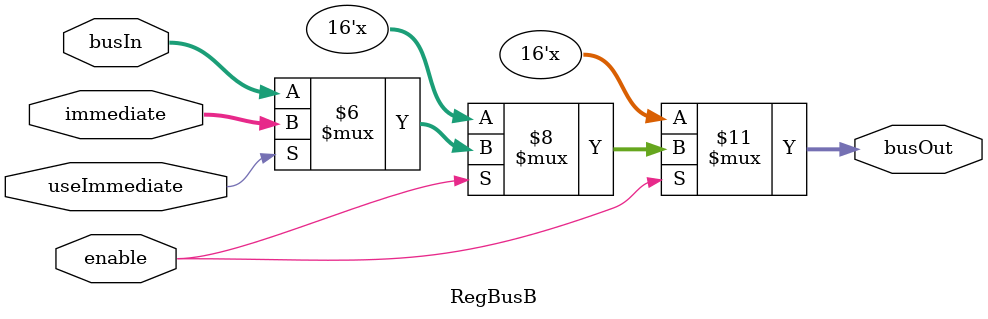
<source format=v>
`timescale 1ns / 1ps
module RegBusB(
    input [15:0] busIn,
	 input [15:0] immediate,
    input useImmediate,
	 input enable,
    output reg [15:0] busOut
    );
	 
	always@(*) begin
		if(enable == 1'b1) begin
			if(useImmediate == 1'b0) begin
				busOut = busIn;
			end
			else begin
				busOut = immediate;
			end
		end
		else begin
			busOut = 16'bZZZZ_ZZZZ_ZZZZ_ZZZZ;
		end
	end


endmodule

</source>
